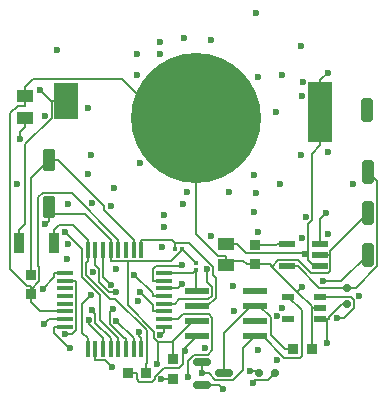
<source format=gbr>
%TF.GenerationSoftware,KiCad,Pcbnew,9.0.1*%
%TF.CreationDate,2025-06-29T22:28:52-07:00*%
%TF.ProjectId,Complete,436f6d70-6c65-4746-952e-6b696361645f,rev?*%
%TF.SameCoordinates,Original*%
%TF.FileFunction,Copper,L4,Bot*%
%TF.FilePolarity,Positive*%
%FSLAX46Y46*%
G04 Gerber Fmt 4.6, Leading zero omitted, Abs format (unit mm)*
G04 Created by KiCad (PCBNEW 9.0.1) date 2025-06-29 22:28:52*
%MOMM*%
%LPD*%
G01*
G04 APERTURE LIST*
G04 Aperture macros list*
%AMRoundRect*
0 Rectangle with rounded corners*
0 $1 Rounding radius*
0 $2 $3 $4 $5 $6 $7 $8 $9 X,Y pos of 4 corners*
0 Add a 4 corners polygon primitive as box body*
4,1,4,$2,$3,$4,$5,$6,$7,$8,$9,$2,$3,0*
0 Add four circle primitives for the rounded corners*
1,1,$1+$1,$2,$3*
1,1,$1+$1,$4,$5*
1,1,$1+$1,$6,$7*
1,1,$1+$1,$8,$9*
0 Add four rect primitives between the rounded corners*
20,1,$1+$1,$2,$3,$4,$5,0*
20,1,$1+$1,$4,$5,$6,$7,0*
20,1,$1+$1,$6,$7,$8,$9,0*
20,1,$1+$1,$8,$9,$2,$3,0*%
G04 Aperture macros list end*
%TA.AperFunction,SMDPad,CuDef*%
%ADD10RoundRect,0.150000X-0.350000X0.802500X-0.350000X-0.802500X0.350000X-0.802500X0.350000X0.802500X0*%
%TD*%
%TA.AperFunction,SMDPad,CuDef*%
%ADD11RoundRect,0.150000X-0.587500X-0.150000X0.587500X-0.150000X0.587500X0.150000X-0.587500X0.150000X0*%
%TD*%
%TA.AperFunction,SMDPad,CuDef*%
%ADD12R,1.346200X0.400000*%
%TD*%
%TA.AperFunction,SMDPad,CuDef*%
%ADD13R,0.400000X1.346200*%
%TD*%
%TA.AperFunction,SMDPad,CuDef*%
%ADD14RoundRect,0.150000X-0.150000X-0.200000X0.150000X-0.200000X0.150000X0.200000X-0.150000X0.200000X0*%
%TD*%
%TA.AperFunction,SMDPad,CuDef*%
%ADD15R,1.320800X0.558800*%
%TD*%
%TA.AperFunction,SMDPad,CuDef*%
%ADD16RoundRect,0.150000X0.350000X0.850000X-0.350000X0.850000X-0.350000X-0.850000X0.350000X-0.850000X0*%
%TD*%
%TA.AperFunction,SMDPad,CuDef*%
%ADD17RoundRect,0.144117X0.336272X0.855883X-0.336272X0.855883X-0.336272X-0.855883X0.336272X-0.855883X0*%
%TD*%
%TA.AperFunction,SMDPad,CuDef*%
%ADD18R,0.890000X0.930000*%
%TD*%
%TA.AperFunction,SMDPad,CuDef*%
%ADD19C,11.000000*%
%TD*%
%TA.AperFunction,SMDPad,CuDef*%
%ADD20R,2.000000X5.100000*%
%TD*%
%TA.AperFunction,SMDPad,CuDef*%
%ADD21R,2.000000X3.100000*%
%TD*%
%TA.AperFunction,SMDPad,CuDef*%
%ADD22R,0.930000X0.890000*%
%TD*%
%TA.AperFunction,SMDPad,CuDef*%
%ADD23R,0.900000X0.970000*%
%TD*%
%TA.AperFunction,SMDPad,CuDef*%
%ADD24R,1.420000X1.080000*%
%TD*%
%TA.AperFunction,SMDPad,CuDef*%
%ADD25RoundRect,0.082500X0.117500X-0.082500X0.117500X0.082500X-0.117500X0.082500X-0.117500X-0.082500X0*%
%TD*%
%TA.AperFunction,SMDPad,CuDef*%
%ADD26RoundRect,0.095000X0.105000X-0.095000X0.105000X0.095000X-0.105000X0.095000X-0.105000X-0.095000X0*%
%TD*%
%TA.AperFunction,SMDPad,CuDef*%
%ADD27R,0.970000X1.730000*%
%TD*%
%TA.AperFunction,SMDPad,CuDef*%
%ADD28RoundRect,0.073750X0.911250X0.221250X-0.911250X0.221250X-0.911250X-0.221250X0.911250X-0.221250X0*%
%TD*%
%TA.AperFunction,SMDPad,CuDef*%
%ADD29RoundRect,0.150000X-0.200000X0.150000X-0.200000X-0.150000X0.200000X-0.150000X0.200000X0.150000X0*%
%TD*%
%TA.AperFunction,SMDPad,CuDef*%
%ADD30R,0.977900X0.508000*%
%TD*%
%TA.AperFunction,SMDPad,CuDef*%
%ADD31RoundRect,0.082500X-0.082500X-0.117500X0.082500X-0.117500X0.082500X0.117500X-0.082500X0.117500X0*%
%TD*%
%TA.AperFunction,SMDPad,CuDef*%
%ADD32RoundRect,0.095000X-0.095000X-0.105000X0.095000X-0.105000X0.095000X0.105000X-0.095000X0.105000X0*%
%TD*%
%TA.AperFunction,ViaPad*%
%ADD33C,0.600000*%
%TD*%
%TA.AperFunction,Conductor*%
%ADD34C,0.200000*%
%TD*%
G04 APERTURE END LIST*
D10*
%TO.P,BB_B1,1,+*%
%TO.N,CHIP_POW*%
X213500000Y-87500000D03*
%TO.P,BB_B1,2,_*%
%TO.N,BUTT*%
X213500000Y-83500000D03*
%TD*%
D11*
%TO.P,Q1,1,G*%
%TO.N,Net-(Q1-G)*%
X226500000Y-102500000D03*
%TO.P,Q1,2,S*%
%TO.N,CHIP_POW*%
X226500000Y-100600000D03*
%TO.P,Q1,3,D*%
%TO.N,RTC_WAKE*%
X228375001Y-101550000D03*
%TD*%
D12*
%TO.P,U2,1,PA3*%
%TO.N,SCL*%
X223247500Y-93046201D03*
%TO.P,U2,2,PA4*%
%TO.N,A*%
X223247500Y-93696199D03*
%TO.P,U2,3,PA5*%
%TO.N,B*%
X223247500Y-94346201D03*
%TO.P,U2,4,PA6*%
%TO.N,C*%
X223247500Y-94996199D03*
%TO.P,U2,5,PA7*%
%TO.N,D*%
X223247500Y-95646201D03*
%TO.P,U2,6,PC0*%
%TO.N,E*%
X223247500Y-96296199D03*
%TO.P,U2,7,PC1*%
%TO.N,F*%
X223247500Y-96946201D03*
%TO.P,U2,8,PC2*%
%TO.N,G*%
X223247500Y-97596199D03*
D13*
%TO.P,U2,9,PC3*%
%TO.N,H*%
X221344199Y-99499500D03*
%TO.P,U2,10,PD0*%
%TO.N,I*%
X220694201Y-99499500D03*
%TO.P,U2,11,PD1*%
%TO.N,J*%
X220044199Y-99499500D03*
%TO.P,U2,12,PD2*%
%TO.N,K*%
X219394201Y-99499500D03*
%TO.P,U2,13,PD3*%
%TO.N,L*%
X218744199Y-99499500D03*
%TO.P,U2,14,PD4*%
%TO.N,M*%
X218094201Y-99499500D03*
%TO.P,U2,15,PD5*%
%TO.N,N*%
X217444199Y-99499500D03*
%TO.P,U2,16,PD6*%
%TO.N,O*%
X216794201Y-99499500D03*
D12*
%TO.P,U2,17,PD7*%
%TO.N,P*%
X214890900Y-97596199D03*
%TO.P,U2,18,AVDD*%
%TO.N,CHIP_POW*%
X214890900Y-96946201D03*
%TO.P,U2,19,GND*%
%TO.N,GNDREF*%
X214890900Y-96296199D03*
%TO.P,U2,20,PF0_(TOSC1)*%
%TO.N,unconnected-(U2-PF0_(TOSC1)-Pad20)*%
X214890900Y-95646201D03*
%TO.P,U2,21,PF1_(TOSC2)*%
%TO.N,unconnected-(U2-PF1_(TOSC2)-Pad21)*%
X214890900Y-94996199D03*
%TO.P,U2,22,PF2*%
%TO.N,unconnected-(U2-PF2-Pad22)*%
X214890900Y-94346201D03*
%TO.P,U2,23,PF3*%
%TO.N,Net-(Q1-G)*%
X214890900Y-93696199D03*
%TO.P,U2,24,PF4*%
%TO.N,Charge_STAT*%
X214890900Y-93046201D03*
D13*
%TO.P,U2,25,PF5*%
%TO.N,Bat_READ*%
X216794201Y-91142900D03*
%TO.P,U2,26,PF6*%
%TO.N,Bat_ON*%
X217444199Y-91142900D03*
%TO.P,U2,27,UPDI*%
%TO.N,UPDI*%
X218094201Y-91142900D03*
%TO.P,U2,28,VDD*%
%TO.N,CHIP_POW*%
X218744199Y-91142900D03*
%TO.P,U2,29,GND*%
%TO.N,GNDREF*%
X219394201Y-91142900D03*
%TO.P,U2,30,PA0*%
%TO.N,unconnected-(U2-PA0-Pad30)*%
X220044199Y-91142900D03*
%TO.P,U2,31,PA1*%
%TO.N,BUTT*%
X220694201Y-91142900D03*
%TO.P,U2,32,PA2*%
%TO.N,SDA*%
X221344199Y-91142900D03*
%TD*%
D14*
%TO.P,DB2,1,K*%
%TO.N,Net-(DB1-K)*%
X232700000Y-101500000D03*
%TO.P,DB2,2,A*%
%TO.N,Bat_ON*%
X231300000Y-101500000D03*
%TD*%
D15*
%TO.P,CHG1,1,STAT*%
%TO.N,Charge_STAT*%
X236440800Y-90620400D03*
%TO.P,CHG1,2,VSS*%
%TO.N,GNDREF*%
X236440800Y-91560200D03*
%TO.P,CHG1,3,VBAT*%
%TO.N,Net-(CHG1-VBAT)*%
X236440800Y-92500000D03*
%TO.P,CHG1,4,VDD*%
%TO.N,USB + *%
X233697600Y-92500000D03*
%TO.P,CHG1,5,PROG*%
%TO.N,Net-(CHG1-PROG)*%
X233697600Y-90620400D03*
%TD*%
D16*
%TO.P,POGO1,1,USB_+*%
%TO.N,USB + *%
X240500000Y-84500000D03*
%TO.P,POGO1,2,USB_-*%
%TO.N,GNDREF*%
X240500000Y-88000000D03*
%TO.P,POGO1,3,PROG*%
%TO.N,UPDI*%
X240500000Y-91500000D03*
D17*
%TO.P,POGO1,4,NC*%
%TO.N,unconnected-(POGO1-NC-Pad4)*%
X240480389Y-79294519D03*
%TD*%
D18*
%TO.P,R4,1*%
%TO.N,RTC_WAKE*%
X234186000Y-99500000D03*
%TO.P,R4,2*%
%TO.N,GNDREF*%
X235814000Y-99500000D03*
%TD*%
D19*
%TO.P,BT1,N*%
%TO.N,GNDREF*%
X226000000Y-79900000D03*
D20*
%TO.P,BT1,P*%
%TO.N,Net-(CHG1-VBAT)*%
X236500000Y-79450000D03*
D21*
X215000000Y-78450000D03*
%TD*%
D22*
%TO.P,R3,1*%
%TO.N,Charge_STAT*%
X224000000Y-102000000D03*
%TO.P,R3,2*%
%TO.N,CHIP_POW*%
X224000000Y-100372000D03*
%TD*%
%TO.P,R2,1*%
%TO.N,BUTT*%
X212000000Y-93186000D03*
%TO.P,R2,2*%
%TO.N,GNDREF*%
X212000000Y-94814000D03*
%TD*%
D23*
%TO.P,R6,1*%
%TO.N,Bat_READ*%
X221760000Y-101500000D03*
%TO.P,R6,2*%
%TO.N,GNDREF*%
X220240000Y-101500000D03*
%TD*%
D24*
%TO.P,C1,1*%
%TO.N,CHIP_POW*%
X211500000Y-79895001D03*
%TO.P,C1,2*%
%TO.N,GNDREF*%
X211500000Y-78104999D03*
%TD*%
%TO.P,C2,1*%
%TO.N,Net-(CHG1-VBAT)*%
X228500000Y-90604999D03*
%TO.P,C2,2*%
%TO.N,GNDREF*%
X228500000Y-92395001D03*
%TD*%
D25*
%TO.P,R8,1*%
%TO.N,SCL*%
X226000000Y-92805001D03*
D26*
%TO.P,R8,2*%
%TO.N,CHIP_POW*%
X226000000Y-92220000D03*
%TD*%
D27*
%TO.P,R5,1*%
%TO.N,Net-(CHG1-VBAT)*%
X211020000Y-90500000D03*
%TO.P,R5,2*%
%TO.N,Bat_READ*%
X213980000Y-90500000D03*
%TD*%
D28*
%TO.P,U3,1,32KHZ*%
%TO.N,unconnected-(U3-32KHZ-Pad1)*%
X230975000Y-94595000D03*
%TO.P,U3,2,VCC*%
%TO.N,RTC_WAKE*%
X230975000Y-95865000D03*
%TO.P,U3,3,~{INT}/SQW*%
%TO.N,unconnected-(U3-~{INT}{slash}SQW-Pad3)*%
X230975000Y-97135000D03*
%TO.P,U3,4,~{RST}*%
%TO.N,CHIP_POW*%
X230975000Y-98405000D03*
%TO.P,U3,5,GND*%
%TO.N,GNDREF*%
X226025000Y-98405000D03*
%TO.P,U3,6,VBAT*%
%TO.N,CHIP_POW*%
X226025000Y-97135000D03*
%TO.P,U3,7,SDA*%
%TO.N,SDA*%
X226025000Y-95865000D03*
%TO.P,U3,8,SCL*%
%TO.N,SCL*%
X226025000Y-94595000D03*
%TD*%
D29*
%TO.P,DB1,1,K*%
%TO.N,Net-(DB1-K)*%
X238756800Y-95700000D03*
%TO.P,DB1,2,A*%
%TO.N,USB + *%
X238756800Y-94300000D03*
%TD*%
D30*
%TO.P,U1,1,IN*%
%TO.N,Net-(CHG1-VBAT)*%
X236500050Y-95049999D03*
%TO.P,U1,2,GND*%
%TO.N,GNDREF*%
X236500050Y-96000000D03*
%TO.P,U1,3,EN*%
%TO.N,Net-(DB1-K)*%
X236500050Y-96950001D03*
%TO.P,U1,4,NC*%
%TO.N,unconnected-(U1-NC-Pad4)*%
X233769550Y-96950001D03*
%TO.P,U1,5,OUT*%
%TO.N,CHIP_POW*%
X233769550Y-95049999D03*
%TD*%
D31*
%TO.P,R7,1*%
%TO.N,SDA*%
X224194999Y-91000000D03*
D32*
%TO.P,R7,2*%
%TO.N,CHIP_POW*%
X224780000Y-91000000D03*
%TD*%
D22*
%TO.P,R1,1*%
%TO.N,Net-(CHG1-PROG)*%
X231000000Y-90686000D03*
%TO.P,R1,2*%
%TO.N,GNDREF*%
X231000000Y-92314000D03*
%TD*%
D33*
%TO.N,Net-(CHG1-VBAT)*%
X237105700Y-76087600D03*
X212795300Y-77522600D03*
X235197600Y-91476100D03*
X237910100Y-96903000D03*
%TO.N,GNDREF*%
X234958800Y-94217200D03*
X225009400Y-99689300D03*
%TO.N,CHIP_POW*%
X213224100Y-88923400D03*
X226500000Y-101550000D03*
X211054600Y-81746600D03*
X213133500Y-97338900D03*
X222636000Y-100746900D03*
%TO.N,Charge_STAT*%
X223039200Y-102063400D03*
X213005100Y-94371800D03*
X237000000Y-87950000D03*
%TO.N,Bat_ON*%
X230510200Y-101388100D03*
X219196200Y-94685500D03*
X232835500Y-96691900D03*
%TO.N,F*%
X223054100Y-90814900D03*
X216797100Y-84703700D03*
X225283700Y-101818900D03*
X231201300Y-99605100D03*
X239801600Y-95010400D03*
X218799800Y-87393300D03*
%TO.N,P*%
X215340800Y-99394800D03*
X227237400Y-89922200D03*
X230920900Y-87851800D03*
%TO.N,N*%
X218899200Y-101018100D03*
X235030700Y-76877200D03*
X224884700Y-87170500D03*
X217210500Y-92935200D03*
%TO.N,B*%
X224754500Y-93997300D03*
X231084900Y-86315800D03*
%TO.N,M*%
X233229400Y-76307900D03*
X217191700Y-87145500D03*
X216894500Y-97060400D03*
%TO.N,O*%
X217100500Y-94940400D03*
X228762500Y-86206000D03*
X230917800Y-84780900D03*
X223223600Y-89157000D03*
%TO.N,L*%
X231242200Y-89596500D03*
X229099400Y-94127900D03*
X217127300Y-96163200D03*
X226771200Y-99365200D03*
%TO.N,A*%
X237121300Y-89728900D03*
X224747200Y-92381500D03*
X235248000Y-88328100D03*
X222930100Y-74542400D03*
X233087100Y-85495600D03*
%TO.N,J*%
X215084100Y-91879300D03*
X218915900Y-96082100D03*
X229207000Y-96272800D03*
X234904800Y-90113500D03*
%TO.N,H*%
X219194700Y-92711900D03*
X221171900Y-98059800D03*
X221089100Y-95425700D03*
X233249800Y-96051600D03*
X232849200Y-100401900D03*
X215164600Y-90623000D03*
%TO.N,D*%
X226887300Y-92754700D03*
X223245300Y-88160100D03*
X219055500Y-85835400D03*
%TO.N,K*%
X221000000Y-74500000D03*
X215114500Y-87179600D03*
X214912300Y-89586000D03*
%TO.N,I*%
X210801000Y-85499800D03*
X234828200Y-73850000D03*
X224979800Y-73187200D03*
X220970700Y-76259300D03*
X219235600Y-97136400D03*
X217071200Y-83050000D03*
%TO.N,G*%
X216799900Y-79075400D03*
X231092400Y-71010400D03*
X222955900Y-98314100D03*
X231228400Y-76489100D03*
X237179400Y-82826700D03*
X234929400Y-78071200D03*
X214170500Y-74169000D03*
X213164700Y-79738200D03*
%TO.N,C*%
X225244300Y-86223700D03*
X220746400Y-93201600D03*
X221202700Y-83747300D03*
%TO.N,E*%
X227249300Y-73358600D03*
X221205500Y-94669400D03*
X222895600Y-73506300D03*
X239250200Y-85506300D03*
X234831100Y-83048900D03*
X232769900Y-79396200D03*
%TO.N,UPDI*%
X218778300Y-94030000D03*
X236753000Y-93755000D03*
%TO.N,Net-(DB1-K)*%
X237044500Y-98996100D03*
X230773100Y-102349300D03*
%TO.N,Net-(Q1-G)*%
X214897700Y-98258300D03*
X228282200Y-102863200D03*
%TD*%
D34*
%TO.N,Net-(CHG1-VBAT)*%
X236500000Y-79450000D02*
X236500000Y-76656300D01*
X238510700Y-96903000D02*
X237910100Y-96903000D01*
X235464300Y-88880700D02*
X235791700Y-88553300D01*
X215000000Y-78450000D02*
X213756300Y-78450000D01*
X235791700Y-82952000D02*
X236500000Y-82243700D01*
X235464300Y-91975500D02*
X235464300Y-91374700D01*
X230223400Y-91374700D02*
X229453700Y-90605000D01*
X235791700Y-88553300D02*
X235791700Y-82952000D01*
X239071200Y-95050000D02*
X239372700Y-95351500D01*
X235197600Y-91374700D02*
X235197600Y-91476100D01*
X228500000Y-90605000D02*
X229453700Y-90605000D01*
X235464300Y-91374700D02*
X235464300Y-88880700D01*
X239372700Y-95351500D02*
X239372700Y-96041000D01*
X235988800Y-92500000D02*
X235464300Y-91975500D01*
X235197600Y-91374700D02*
X230223400Y-91374700D01*
X236500000Y-95050000D02*
X239071200Y-95050000D01*
X236537000Y-76656300D02*
X236500000Y-76656300D01*
X236500000Y-79450000D02*
X236500000Y-82243700D01*
X213756300Y-78450000D02*
X213722700Y-78450000D01*
X211529000Y-82142800D02*
X213756300Y-79915500D01*
X213756300Y-79915500D02*
X213756300Y-78450000D01*
X211020000Y-89391300D02*
X211529000Y-88882300D01*
X236440800Y-92500000D02*
X235988800Y-92500000D01*
X239372700Y-96041000D02*
X238510700Y-96903000D01*
X213722700Y-78450000D02*
X212795300Y-77522600D01*
X237105700Y-76087600D02*
X236537000Y-76656300D01*
X211020000Y-90500000D02*
X211020000Y-89391300D01*
X211529000Y-88882300D02*
X211529000Y-82142800D01*
X235464300Y-91374700D02*
X235197600Y-91374700D01*
%TO.N,USB + *%
X241282200Y-85282200D02*
X240500000Y-84500000D01*
X239480800Y-94300000D02*
X241282200Y-92498600D01*
X234601700Y-92500000D02*
X236401700Y-94300000D01*
X241282200Y-92498600D02*
X241282200Y-85282200D01*
X233697600Y-92500000D02*
X234601700Y-92500000D01*
X238756800Y-94300000D02*
X239480800Y-94300000D01*
X236401700Y-94300000D02*
X238756800Y-94300000D01*
%TO.N,GNDREF*%
X224858100Y-99840600D02*
X224858100Y-100774200D01*
X219715600Y-76637300D02*
X212184000Y-76637300D01*
X235767300Y-95885300D02*
X235767300Y-96000000D01*
X212000000Y-94469600D02*
X212000000Y-94125300D01*
X232943100Y-91965900D02*
X232395500Y-92513500D01*
X225009400Y-99420600D02*
X225009400Y-99689300D01*
X224858100Y-100774200D02*
X224569500Y-101062800D01*
X221181000Y-102267600D02*
X220933700Y-102020300D01*
X212620400Y-86654300D02*
X212620400Y-92451800D01*
X222978300Y-79900000D02*
X219715600Y-76637300D01*
X235814000Y-99500000D02*
X235814000Y-98791300D01*
X228500000Y-92003100D02*
X229980400Y-92003100D01*
X212708700Y-92540100D02*
X212708700Y-93760900D01*
X222284100Y-102267600D02*
X221181000Y-102267600D01*
X229980400Y-92003100D02*
X230291300Y-92314000D01*
X220933700Y-102020300D02*
X220933700Y-101500000D01*
X237344900Y-91155100D02*
X237344900Y-91560200D01*
X231000000Y-92314000D02*
X232196000Y-92314000D01*
X235767300Y-96000000D02*
X235767300Y-98744600D01*
X232395500Y-92513500D02*
X234529000Y-94647000D01*
X211500000Y-78888700D02*
X210900000Y-78888700D01*
X212000000Y-95502700D02*
X212793500Y-96296200D01*
X231000000Y-92314000D02*
X230291300Y-92314000D01*
X219394200Y-91142900D02*
X219394200Y-90226100D01*
X234529000Y-94647000D02*
X234958800Y-94217200D01*
X211655700Y-94125300D02*
X212000000Y-94125300D01*
X212184000Y-76637300D02*
X211500000Y-77321300D01*
X222495500Y-102056200D02*
X222284100Y-102267600D01*
X212708700Y-93760900D02*
X212000000Y-94469600D01*
X226025000Y-98405000D02*
X225009400Y-99420600D01*
X222495500Y-101836700D02*
X222495500Y-102056200D01*
X212793500Y-96296200D02*
X214890900Y-96296200D01*
X212000000Y-94814000D02*
X212000000Y-94469600D01*
X237344900Y-92892300D02*
X237177400Y-93059800D01*
X210257300Y-92726900D02*
X211655700Y-94125300D01*
X211500000Y-78496800D02*
X211500000Y-78888700D01*
X219394200Y-90226100D02*
X215449800Y-86281700D01*
X215449800Y-86281700D02*
X212993000Y-86281700D01*
X224569500Y-101062800D02*
X223269400Y-101062800D01*
X211500000Y-78105000D02*
X211500000Y-77321300D01*
X236500000Y-96000000D02*
X235767300Y-96000000D01*
X210900000Y-78888700D02*
X210257300Y-79531400D01*
X212993000Y-86281700D02*
X212620400Y-86654300D01*
X234622300Y-91965900D02*
X232943100Y-91965900D01*
X211500000Y-78105000D02*
X211500000Y-78496800D01*
X235767300Y-98744600D02*
X235814000Y-98791300D01*
X236440800Y-91560200D02*
X237344900Y-91560200D01*
X223269400Y-101062800D02*
X222495500Y-101836700D01*
X212620400Y-92451800D02*
X212708700Y-92540100D01*
X225009400Y-99689300D02*
X224858100Y-99840600D01*
X235716200Y-93059800D02*
X234622300Y-91965900D01*
X220240000Y-101500000D02*
X220933700Y-101500000D01*
X228500000Y-92395000D02*
X228500000Y-92003100D01*
X234529000Y-94647000D02*
X235767300Y-95885300D01*
X226000000Y-79900000D02*
X222978300Y-79900000D01*
X227840200Y-91611300D02*
X226000000Y-89771100D01*
X228500000Y-92003100D02*
X228500000Y-91611300D01*
X240500000Y-88000000D02*
X237344900Y-91155100D01*
X228500000Y-91611300D02*
X227840200Y-91611300D01*
X237344900Y-91560200D02*
X237344900Y-92892300D01*
X232196000Y-92314000D02*
X232395500Y-92513500D01*
X210257300Y-79531400D02*
X210257300Y-92726900D01*
X237177400Y-93059800D02*
X235716200Y-93059800D01*
X212000000Y-94814000D02*
X212000000Y-95502700D01*
X226000000Y-89771100D02*
X226000000Y-79900000D01*
%TO.N,BUTT*%
X212000000Y-85000000D02*
X212000000Y-92497300D01*
X218216700Y-87400000D02*
X218216700Y-87748600D01*
X213500000Y-83500000D02*
X212000000Y-85000000D01*
X212000000Y-93186000D02*
X212000000Y-92497300D01*
X218216700Y-87748600D02*
X220694200Y-90226100D01*
X213500000Y-83500000D02*
X214316700Y-83500000D01*
X220694200Y-91142900D02*
X220694200Y-90226100D01*
X214316700Y-83500000D02*
X218216700Y-87400000D01*
%TO.N,CHIP_POW*%
X224000000Y-98857800D02*
X224000000Y-98812600D01*
X229142900Y-102101600D02*
X227605500Y-102101600D01*
X224000000Y-100372000D02*
X224000000Y-98857800D01*
X213224100Y-88923400D02*
X213500000Y-88647500D01*
X218744200Y-91142900D02*
X218744200Y-90226100D01*
X225677600Y-97135000D02*
X226025000Y-97135000D01*
X227605500Y-102101600D02*
X227053900Y-101550000D01*
X218744200Y-91142900D02*
X218744200Y-92059700D01*
X229966500Y-99413500D02*
X229966500Y-101278000D01*
X224902600Y-91122600D02*
X224780000Y-91122600D01*
X222412200Y-98539200D02*
X222730800Y-98857800D01*
X220195800Y-92059700D02*
X218744200Y-92059700D01*
X233769500Y-95050000D02*
X234912300Y-96192800D01*
X222730800Y-98857800D02*
X224000000Y-98857800D01*
X224780000Y-91000000D02*
X224780000Y-91122600D01*
X226500000Y-101550000D02*
X226500000Y-100600000D01*
X213526200Y-96946200D02*
X213133500Y-97338900D01*
X231621200Y-98405000D02*
X230975000Y-98405000D01*
X234912300Y-96192800D02*
X234912300Y-100045500D01*
X213500000Y-87500000D02*
X214060800Y-88060800D01*
X213500000Y-88647500D02*
X213500000Y-87500000D01*
X220195800Y-92059700D02*
X220195800Y-95798200D01*
X234912300Y-100045500D02*
X234749100Y-100208700D01*
X211054600Y-81124100D02*
X211054600Y-81746600D01*
X220195800Y-95798200D02*
X222412200Y-98014600D01*
X211500000Y-79895000D02*
X211500000Y-80678700D01*
X224000000Y-98812600D02*
X225677600Y-97135000D01*
X222412200Y-98014600D02*
X222412200Y-98539200D01*
X214890900Y-96946200D02*
X213526200Y-96946200D01*
X216578900Y-88060800D02*
X218744200Y-90226100D01*
X222730800Y-100652100D02*
X222730800Y-98857800D01*
X223842900Y-92059700D02*
X220195800Y-92059700D01*
X233424900Y-100208700D02*
X231621200Y-98405000D01*
X230975000Y-98405000D02*
X229966500Y-99413500D01*
X224780000Y-91122600D02*
X223842900Y-92059700D01*
X211500000Y-80678700D02*
X211054600Y-81124100D01*
X234749100Y-100208700D02*
X233424900Y-100208700D01*
X214060800Y-88060800D02*
X216578900Y-88060800D01*
X226000000Y-92220000D02*
X224902600Y-91122600D01*
X229966500Y-101278000D02*
X229142900Y-102101600D01*
X222636000Y-100746900D02*
X222730800Y-100652100D01*
X227053900Y-101550000D02*
X226500000Y-101550000D01*
%TO.N,Net-(CHG1-PROG)*%
X231000000Y-90686000D02*
X232727900Y-90686000D01*
X232727900Y-90686000D02*
X232793500Y-90620400D01*
X233697600Y-90620400D02*
X232793500Y-90620400D01*
%TO.N,Charge_STAT*%
X224000000Y-102000000D02*
X223291300Y-102000000D01*
X214890900Y-93046200D02*
X213974100Y-93046200D01*
X213974100Y-93046200D02*
X213974100Y-93402800D01*
X223227900Y-102063400D02*
X223039200Y-102063400D01*
X236440800Y-88509200D02*
X236440800Y-90620400D01*
X237000000Y-87950000D02*
X236440800Y-88509200D01*
X213974100Y-93402800D02*
X213005100Y-94371800D01*
X223291300Y-102000000D02*
X223227900Y-102063400D01*
%TO.N,Bat_ON*%
X231188100Y-101388100D02*
X231300000Y-101500000D01*
X217754200Y-93842500D02*
X217754200Y-92710000D01*
X219196200Y-94685500D02*
X218597200Y-94685500D01*
X230510200Y-101388100D02*
X231188100Y-101388100D01*
X218597200Y-94685500D02*
X217754200Y-93842500D01*
X217444200Y-92400000D02*
X217444200Y-91142900D01*
X217754200Y-92710000D02*
X217444200Y-92400000D01*
%TO.N,F*%
X224442100Y-96946200D02*
X224832300Y-96556000D01*
X225821800Y-99983100D02*
X225283700Y-100521200D01*
X224832300Y-96556000D02*
X227041800Y-96556000D01*
X223247500Y-96946200D02*
X224442100Y-96946200D01*
X227331700Y-96845900D02*
X227331700Y-99600000D01*
X226948600Y-99983100D02*
X225821800Y-99983100D01*
X227041800Y-96556000D02*
X227331700Y-96845900D01*
X225283700Y-100521200D02*
X225283700Y-101818900D01*
X227331700Y-99600000D02*
X226948600Y-99983100D01*
%TO.N,P*%
X213974100Y-97596200D02*
X213974100Y-98122000D01*
X214890900Y-97596200D02*
X213974100Y-97596200D01*
X215246900Y-99394800D02*
X215340800Y-99394800D01*
X213974100Y-98122000D02*
X215246900Y-99394800D01*
%TO.N,N*%
X218297400Y-100416300D02*
X218899200Y-101018100D01*
X217444200Y-100416300D02*
X218297400Y-100416300D01*
X217444200Y-99499500D02*
X217444200Y-100416300D01*
%TO.N,B*%
X224405600Y-94346200D02*
X224754500Y-93997300D01*
X223247500Y-94346200D02*
X224405600Y-94346200D01*
%TO.N,M*%
X216894500Y-97060400D02*
X216894500Y-97383000D01*
X218094200Y-99499500D02*
X218094200Y-98582700D01*
X216894500Y-97383000D02*
X218094200Y-98582700D01*
%TO.N,O*%
X216350800Y-98139300D02*
X216794200Y-98582700D01*
X216350800Y-95690100D02*
X216350800Y-98139300D01*
X217100500Y-94940400D02*
X216350800Y-95690100D01*
X216794200Y-99499500D02*
X216794200Y-98582700D01*
%TO.N,L*%
X217457900Y-97296400D02*
X218744200Y-98582700D01*
X218744200Y-99499500D02*
X218744200Y-98582700D01*
X217457900Y-96493800D02*
X217457900Y-97296400D01*
X217127300Y-96163200D02*
X217457900Y-96493800D01*
%TO.N,A*%
X224697200Y-92431500D02*
X224747200Y-92381500D01*
X222596100Y-92431500D02*
X224697200Y-92431500D01*
X223247500Y-93696200D02*
X222330700Y-93696200D01*
X222330700Y-93696200D02*
X222330700Y-92696900D01*
X222330700Y-92696900D02*
X222596100Y-92431500D01*
%TO.N,J*%
X218690300Y-96307700D02*
X218915900Y-96082100D01*
X218690300Y-97387300D02*
X218690300Y-96307700D01*
X219885700Y-98582700D02*
X218690300Y-97387300D01*
X220044200Y-98582700D02*
X219885700Y-98582700D01*
X220044200Y-99499500D02*
X220044200Y-98582700D01*
%TO.N,H*%
X221171900Y-98410400D02*
X221344200Y-98582700D01*
X221344200Y-99499500D02*
X221344200Y-98582700D01*
X221171900Y-98059800D02*
X221171900Y-98410400D01*
%TO.N,D*%
X227289200Y-94996600D02*
X227289200Y-94228600D01*
X227017300Y-95268500D02*
X227289200Y-94996600D01*
X226887300Y-93826700D02*
X226887300Y-92754700D01*
X224164300Y-95646200D02*
X224542000Y-95268500D01*
X223247500Y-95646200D02*
X224164300Y-95646200D01*
X224542000Y-95268500D02*
X227017300Y-95268500D01*
X227289200Y-94228600D02*
X226887300Y-93826700D01*
%TO.N,K*%
X217868400Y-94928700D02*
X217868400Y-97056900D01*
X216323100Y-93383400D02*
X217868400Y-94928700D01*
X217868400Y-97056900D02*
X219394200Y-98582700D01*
X214912300Y-89586000D02*
X216323100Y-90996800D01*
X219394200Y-99499500D02*
X219394200Y-98582700D01*
X216323100Y-90996800D02*
X216323100Y-93383400D01*
%TO.N,I*%
X220681900Y-98582700D02*
X219235600Y-97136400D01*
X220694200Y-98582700D02*
X220681900Y-98582700D01*
X220694200Y-99499500D02*
X220694200Y-98582700D01*
%TO.N,G*%
X223247500Y-98022500D02*
X223247500Y-97596200D01*
X222955900Y-98314100D02*
X223247500Y-98022500D01*
%TO.N,C*%
X222330700Y-94996200D02*
X222330700Y-94785900D01*
X223247500Y-94996200D02*
X222330700Y-94996200D01*
X222330700Y-94785900D02*
X220746400Y-93201600D01*
%TO.N,E*%
X222330700Y-95794600D02*
X221205500Y-94669400D01*
X222330700Y-96296200D02*
X222330700Y-95794600D01*
X223247500Y-96296200D02*
X222330700Y-96296200D01*
%TO.N,UPDI*%
X218097900Y-92063400D02*
X218094200Y-92059700D01*
X240500000Y-91500000D02*
X238245000Y-93755000D01*
X218094200Y-91142900D02*
X218094200Y-92059700D01*
X238245000Y-93755000D02*
X236753000Y-93755000D01*
X218097900Y-93349600D02*
X218097900Y-92063400D01*
X218778300Y-94030000D02*
X218097900Y-93349600D01*
%TO.N,Bat_READ*%
X221826400Y-100704900D02*
X221760000Y-100771300D01*
X216666800Y-92187100D02*
X216666800Y-93241100D01*
X213980000Y-90500000D02*
X213980000Y-89391300D01*
X216794200Y-91142900D02*
X216794200Y-92059700D01*
X213980000Y-89391300D02*
X214343800Y-89027500D01*
X214343800Y-89027500D02*
X215595600Y-89027500D01*
X215595600Y-89027500D02*
X216794200Y-90226100D01*
X219140900Y-95229200D02*
X221826400Y-97914700D01*
X218654900Y-95229200D02*
X219140900Y-95229200D01*
X216666800Y-93241100D02*
X218654900Y-95229200D01*
X221826400Y-97914700D02*
X221826400Y-100704900D01*
X221760000Y-101500000D02*
X221760000Y-100771300D01*
X216794200Y-91142900D02*
X216794200Y-90226100D01*
X216794200Y-92059700D02*
X216666800Y-92187100D01*
%TO.N,RTC_WAKE*%
X230975000Y-95865000D02*
X230650600Y-95865000D01*
X230975000Y-95865000D02*
X231347000Y-95865000D01*
X231347000Y-95865000D02*
X232291800Y-96809800D01*
X232291800Y-96809800D02*
X232291800Y-98294500D01*
X234186000Y-99500000D02*
X233497300Y-99500000D01*
X230650600Y-95865000D02*
X228375000Y-98140600D01*
X228375000Y-98140600D02*
X228375000Y-101550000D01*
X232291800Y-98294500D02*
X233497300Y-99500000D01*
%TO.N,SDA*%
X226025000Y-95865000D02*
X226906800Y-95865000D01*
X227431000Y-93263500D02*
X227431000Y-92529500D01*
X221344200Y-90226100D02*
X223904900Y-90226100D01*
X226906800Y-95865000D02*
X227632900Y-95138900D01*
X225417700Y-90516200D02*
X224195000Y-90516200D01*
X224195000Y-91000000D02*
X224195000Y-90516200D01*
X221344200Y-91142900D02*
X221344200Y-90226100D01*
X227632900Y-93465400D02*
X227431000Y-93263500D01*
X223904900Y-90226100D02*
X224195000Y-90516200D01*
X227431000Y-92529500D02*
X225417700Y-90516200D01*
X227632900Y-95138900D02*
X227632900Y-93465400D01*
%TO.N,SCL*%
X226000000Y-94570000D02*
X226025000Y-94595000D01*
X224164300Y-93046200D02*
X225758800Y-93046200D01*
X223247500Y-93046200D02*
X224164300Y-93046200D01*
X225758800Y-93046200D02*
X226000000Y-92805000D01*
X226000000Y-92805000D02*
X226000000Y-94570000D01*
%TO.N,Net-(DB1-K)*%
X237232600Y-96811700D02*
X237232600Y-96950000D01*
X238344300Y-95700000D02*
X237232600Y-96811700D01*
X236500000Y-96950000D02*
X236866300Y-96950000D01*
X238756800Y-95700000D02*
X238344300Y-95700000D01*
X237044500Y-97128200D02*
X236866300Y-96950000D01*
X232060400Y-102139600D02*
X232700000Y-101500000D01*
X236866300Y-96950000D02*
X237232600Y-96950000D01*
X230982800Y-102139600D02*
X232060400Y-102139600D01*
X230773100Y-102349300D02*
X230982800Y-102139600D01*
X237044500Y-98996100D02*
X237044500Y-97128200D01*
%TO.N,Net-(Q1-G)*%
X215807700Y-97897100D02*
X215446500Y-98258300D01*
X227919000Y-102500000D02*
X226500000Y-102500000D01*
X214890900Y-93696200D02*
X215807700Y-93696200D01*
X228282200Y-102863200D02*
X227919000Y-102500000D01*
X215807700Y-93696200D02*
X215807700Y-97897100D01*
X215446500Y-98258300D02*
X214897700Y-98258300D01*
%TD*%
M02*

</source>
